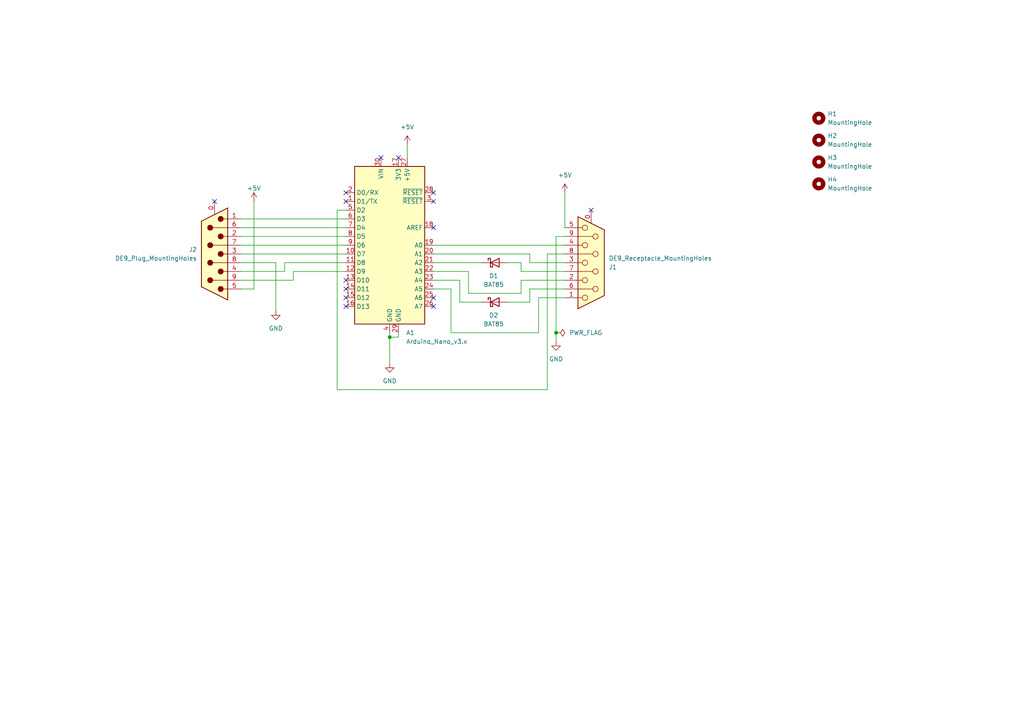
<source format=kicad_sch>
(kicad_sch (version 20230121) (generator eeschema)
  (paper "A4")
  (title_block (rev "1.1"))
  (lib_symbols
    (symbol "Connector:DE9_Plug_MountingHoles" (pin_names (offset 1.016) hide)
      (property "Reference" "J" (at 0 16.51 0))
      (property "Value" "DE9_Plug_MountingHoles" (at 0 14.605 0))
      (symbol "DE9_Plug_MountingHoles_0_1"
        (circle (center -1.778 -10.16) (radius 0.762) (fill (type outline)))
        (circle (center -1.778 -5.08) (radius 0.762) (fill (type outline)))
        (circle (center -1.778 0) (radius 0.762) (fill (type outline)))
        (circle (center -1.778 5.08) (radius 0.762) (fill (type outline)))
        (circle (center -1.778 10.16) (radius 0.762) (fill (type outline)))
        (polyline (pts (xy -3.81 -10.16) (xy -2.54 -10.16)))
        (polyline (pts (xy -3.81 -7.62) (xy 0.508 -7.62)))
        (polyline (pts (xy -3.81 -5.08) (xy -2.54 -5.08)))
        (polyline (pts (xy -3.81 -2.54) (xy 0.508 -2.54)))
        (polyline (pts (xy -3.81 0) (xy -2.54 0)))
        (polyline (pts (xy -3.81 2.54) (xy 0.508 2.54)))
        (polyline (pts (xy -3.81 5.08) (xy -2.54 5.08)))
        (polyline (pts (xy -3.81 7.62) (xy 0.508 7.62)))
        (polyline (pts (xy -3.81 10.16) (xy -2.54 10.16)))
        (polyline (pts (xy -3.81 -13.335) (xy -3.81 13.335) (xy 3.81 9.525) (xy 3.81 -9.525) (xy -3.81 -13.335)) (stroke (width 0.254)) (fill (type background)))
        (circle (center 1.27 -7.62) (radius 0.762) (fill (type outline)))
        (circle (center 1.27 -2.54) (radius 0.762) (fill (type outline)))
        (circle (center 1.27 2.54) (radius 0.762) (fill (type outline)))
        (circle (center 1.27 7.62) (radius 0.762) (fill (type outline)))
      )
      (symbol "DE9_Plug_MountingHoles_1_1"
        (pin passive line (at 0 -15.24 90) (length 3.81) (name "PAD") (number "0"))
        (pin passive line (at -7.62 -10.16 0) (length 3.81) (name "1") (number "1"))
        (pin passive line (at -7.62 -5.08 0) (length 3.81) (name "2") (number "2"))
        (pin passive line (at -7.62 0 0) (length 3.81) (name "3") (number "3"))
        (pin passive line (at -7.62 5.08 0) (length 3.81) (name "4") (number "4"))
        (pin passive line (at -7.62 10.16 0) (length 3.81) (name "5") (number "5"))
        (pin passive line (at -7.62 -7.62 0) (length 3.81) (name "6") (number "6"))
        (pin passive line (at -7.62 -2.54 0) (length 3.81) (name "7") (number "7"))
        (pin passive line (at -7.62 2.54 0) (length 3.81) (name "8") (number "8"))
        (pin passive line (at -7.62 7.62 0) (length 3.81) (name "9") (number "9"))
      )
    )
    (symbol "Connector:DE9_Receptacle_MountingHoles" (pin_names (offset 1.016) hide)
      (property "Reference" "J" (at 0 16.51 0))
      (property "Value" "DE9_Receptacle_MountingHoles" (at 0 14.605 0))
      (symbol "DE9_Receptacle_MountingHoles_0_1"
        (circle (center -1.778 -10.16) (radius 0.762))
        (circle (center -1.778 -5.08) (radius 0.762))
        (circle (center -1.778 0) (radius 0.762))
        (circle (center -1.778 5.08) (radius 0.762))
        (circle (center -1.778 10.16) (radius 0.762))
        (polyline (pts (xy -3.81 -10.16) (xy -2.54 -10.16)))
        (polyline (pts (xy -3.81 -7.62) (xy 0.508 -7.62)))
        (polyline (pts (xy -3.81 -5.08) (xy -2.54 -5.08)))
        (polyline (pts (xy -3.81 -2.54) (xy 0.508 -2.54)))
        (polyline (pts (xy -3.81 0) (xy -2.54 0)))
        (polyline (pts (xy -3.81 2.54) (xy 0.508 2.54)))
        (polyline (pts (xy -3.81 5.08) (xy -2.54 5.08)))
        (polyline (pts (xy -3.81 7.62) (xy 0.508 7.62)))
        (polyline (pts (xy -3.81 10.16) (xy -2.54 10.16)))
        (polyline (pts (xy -3.81 13.335) (xy -3.81 -13.335) (xy 3.81 -9.525) (xy 3.81 9.525) (xy -3.81 13.335)) (stroke (width 0.254)) (fill (type background)))
        (circle (center 1.27 -7.62) (radius 0.762))
        (circle (center 1.27 -2.54) (radius 0.762))
        (circle (center 1.27 2.54) (radius 0.762))
        (circle (center 1.27 7.62) (radius 0.762))
      )
      (symbol "DE9_Receptacle_MountingHoles_1_1"
        (pin passive line (at 0 -15.24 90) (length 3.81) (name "PAD") (number "0"))
        (pin passive line (at -7.62 10.16 0) (length 3.81) (name "1") (number "1"))
        (pin passive line (at -7.62 5.08 0) (length 3.81) (name "2") (number "2"))
        (pin passive line (at -7.62 0 0) (length 3.81) (name "3") (number "3"))
        (pin passive line (at -7.62 -5.08 0) (length 3.81) (name "4") (number "4"))
        (pin passive line (at -7.62 -10.16 0) (length 3.81) (name "5") (number "5"))
        (pin passive line (at -7.62 7.62 0) (length 3.81) (name "6") (number "6"))
        (pin passive line (at -7.62 2.54 0) (length 3.81) (name "7") (number "7"))
        (pin passive line (at -7.62 -2.54 0) (length 3.81) (name "8") (number "8"))
        (pin passive line (at -7.62 -7.62 0) (length 3.81) (name "9") (number "9"))
      )
    )
    (symbol "Diode:BAT85" (pin_numbers hide) (pin_names (offset 1.016) hide)
      (property "Reference" "D" (at 0 2.54 0))
      (property "Value" "BAT85" (at 0 -2.54 0))
      (symbol "BAT85_0_1"
        (polyline (pts (xy 1.27 0) (xy -1.27 0)))
        (polyline (pts (xy 1.27 1.27) (xy 1.27 -1.27) (xy -1.27 0) (xy 1.27 1.27)) (stroke (width 0.254)))
        (polyline (pts (xy -1.905 0.635) (xy -1.905 1.27) (xy -1.27 1.27) (xy -1.27 -1.27) (xy -0.635 -1.27) (xy -0.635 -0.635)) (stroke (width 0.254)))
      )
      (symbol "BAT85_1_1"
        (pin passive line (at -3.81 0 0) (length 2.54) (name "K") (number "1"))
        (pin passive line (at 3.81 0 180) (length 2.54) (name "A") (number "2"))
      )
    )
    (symbol "MCU_Module:Arduino_Nano_v3.x"
      (property "Reference" "A" (at -10.16 23.495 0))
      (property "Value" "Arduino_Nano_v3.x" (at 5.08 -24.13 0))
      (symbol "Arduino_Nano_v3.x_0_1"
        (rectangle (start -10.16 22.86) (end 10.16 -22.86) (stroke (width 0.254)) (fill (type background)))
      )
      (symbol "Arduino_Nano_v3.x_1_1"
        (pin bidirectional line (at -12.7 12.7 0) (length 2.54) (name "D1/TX") (number "1"))
        (pin bidirectional line (at -12.7 -2.54 0) (length 2.54) (name "D7") (number "10"))
        (pin bidirectional line (at -12.7 -5.08 0) (length 2.54) (name "D8") (number "11"))
        (pin bidirectional line (at -12.7 -7.62 0) (length 2.54) (name "D9") (number "12"))
        (pin bidirectional line (at -12.7 -10.16 0) (length 2.54) (name "D10") (number "13"))
        (pin bidirectional line (at -12.7 -12.7 0) (length 2.54) (name "D11") (number "14"))
        (pin bidirectional line (at -12.7 -15.24 0) (length 2.54) (name "D12") (number "15"))
        (pin bidirectional line (at -12.7 -17.78 0) (length 2.54) (name "D13") (number "16"))
        (pin power_out line (at 2.54 25.4 270) (length 2.54) (name "3V3") (number "17"))
        (pin input line (at 12.7 5.08 180) (length 2.54) (name "AREF") (number "18"))
        (pin bidirectional line (at 12.7 0 180) (length 2.54) (name "A0") (number "19"))
        (pin bidirectional line (at -12.7 15.24 0) (length 2.54) (name "D0/RX") (number "2"))
        (pin bidirectional line (at 12.7 -2.54 180) (length 2.54) (name "A1") (number "20"))
        (pin bidirectional line (at 12.7 -5.08 180) (length 2.54) (name "A2") (number "21"))
        (pin bidirectional line (at 12.7 -7.62 180) (length 2.54) (name "A3") (number "22"))
        (pin bidirectional line (at 12.7 -10.16 180) (length 2.54) (name "A4") (number "23"))
        (pin bidirectional line (at 12.7 -12.7 180) (length 2.54) (name "A5") (number "24"))
        (pin bidirectional line (at 12.7 -15.24 180) (length 2.54) (name "A6") (number "25"))
        (pin bidirectional line (at 12.7 -17.78 180) (length 2.54) (name "A7") (number "26"))
        (pin power_out line (at 5.08 25.4 270) (length 2.54) (name "+5V") (number "27"))
        (pin input line (at 12.7 15.24 180) (length 2.54) (name "~{RESET}") (number "28"))
        (pin power_in line (at 2.54 -25.4 90) (length 2.54) (name "GND") (number "29"))
        (pin input line (at 12.7 12.7 180) (length 2.54) (name "~{RESET}") (number "3"))
        (pin power_in line (at -2.54 25.4 270) (length 2.54) (name "VIN") (number "30"))
        (pin power_in line (at 0 -25.4 90) (length 2.54) (name "GND") (number "4"))
        (pin bidirectional line (at -12.7 10.16 0) (length 2.54) (name "D2") (number "5"))
        (pin bidirectional line (at -12.7 7.62 0) (length 2.54) (name "D3") (number "6"))
        (pin bidirectional line (at -12.7 5.08 0) (length 2.54) (name "D4") (number "7"))
        (pin bidirectional line (at -12.7 2.54 0) (length 2.54) (name "D5") (number "8"))
        (pin bidirectional line (at -12.7 0 0) (length 2.54) (name "D6") (number "9"))
      )
    )
    (symbol "Mechanical:MountingHole" (pin_names (offset 1.016))
      (property "Reference" "H" (at 0 5.08 0))
      (property "Value" "MountingHole" (at 0 3.175 0))
      (symbol "MountingHole_0_1"
        (circle (center 0 0) (radius 1.27) (stroke (width 1.27)))
      )
    )
    (symbol "power:+5V" (power) (pin_names (offset 0))
      (property "Value" "+5V" (at 0 3.556 0))
      (symbol "+5V_0_1"
        (polyline (pts (xy -0.762 1.27) (xy 0 2.54)))
        (polyline (pts (xy 0 0) (xy 0 2.54)))
        (polyline (pts (xy 0 2.54) (xy 0.762 1.27)))
      )
      (symbol "+5V_1_1"
        (pin power_in line (at 0 0 90) (length 0) hide (name "+5V") (number "1"))
      )
    )
    (symbol "power:GND" (power) (pin_names (offset 0))
      (property "Value" "GND" (at 0 -3.81 0))
      (symbol "GND_0_1"
        (polyline (pts (xy 0 0) (xy 0 -1.27) (xy 1.27 -1.27) (xy 0 -2.54) (xy -1.27 -1.27) (xy 0 -1.27)))
      )
      (symbol "GND_1_1"
        (pin power_in line (at 0 0 270) (length 0) hide (name "GND") (number "1"))
      )
    )
    (symbol "power:PWR_FLAG" (power) (pin_numbers hide) (pin_names (offset 0) hide)
      (property "Value" "PWR_FLAG" (at 0 3.81 0))
      (symbol "PWR_FLAG_0_0"
        (pin power_out line (at 0 0 90) (length 0) (name "pwr") (number "1"))
      )
      (symbol "PWR_FLAG_0_1"
        (polyline (pts (xy 0 0) (xy 0 1.27) (xy -1.016 1.905) (xy 0 2.54) (xy 1.016 1.905) (xy 0 1.27)))
      )
    )
  )
  (junction (at 113.03 97.79))
  (junction (at 161.29 96.52))
  (no_connect (at 110.49 45.72))
  (no_connect (at 100.33 55.88))
  (no_connect (at 115.57 45.72))
  (no_connect (at 171.45 60.96))
  (no_connect (at 100.33 58.42))
  (no_connect (at 125.73 88.9))
  (no_connect (at 125.73 58.42))
  (no_connect (at 125.73 86.36))
  (no_connect (at 125.73 66.04))
  (no_connect (at 100.33 88.9))
  (no_connect (at 100.33 86.36))
  (no_connect (at 100.33 81.28))
  (no_connect (at 62.23 58.42))
  (no_connect (at 100.33 83.82))
  (no_connect (at 125.73 55.88))
  (wire (pts (xy 125.73 76.2) (xy 139.7 76.2)))
  (wire (pts (xy 69.85 81.28) (xy 85.09 81.28)))
  (wire (pts (xy 125.73 71.12) (xy 163.83 71.12)))
  (wire (pts (xy 97.79 113.03) (xy 97.79 60.96)))
  (wire (pts (xy 125.73 81.28) (xy 133.35 81.28)))
  (wire (pts (xy 69.85 78.74) (xy 82.55 78.74)))
  (wire (pts (xy 133.35 87.63) (xy 139.7 87.63)))
  (wire (pts (xy 161.29 68.58) (xy 161.29 96.52)))
  (wire (pts (xy 151.13 85.09) (xy 151.13 81.28)))
  (wire (pts (xy 161.29 96.52) (xy 161.29 99.06)))
  (wire (pts (xy 115.57 97.79) (xy 115.57 96.52)))
  (wire (pts (xy 69.85 73.66) (xy 100.33 73.66)))
  (wire (pts (xy 153.67 76.2) (xy 153.67 73.66)))
  (wire (pts (xy 135.89 78.74) (xy 135.89 85.09)))
  (wire (pts (xy 118.11 41.91) (xy 118.11 45.72)))
  (wire (pts (xy 113.03 97.79) (xy 113.03 105.41)))
  (wire (pts (xy 125.73 73.66) (xy 153.67 73.66)))
  (wire (pts (xy 69.85 68.58) (xy 100.33 68.58)))
  (wire (pts (xy 69.85 63.5) (xy 100.33 63.5)))
  (wire (pts (xy 130.81 96.52) (xy 130.81 83.82)))
  (wire (pts (xy 69.85 71.12) (xy 100.33 71.12)))
  (wire (pts (xy 163.83 55.88) (xy 163.83 66.04)))
  (wire (pts (xy 151.13 76.2) (xy 151.13 78.74)))
  (wire (pts (xy 158.75 73.66) (xy 158.75 113.03)))
  (wire (pts (xy 113.03 97.79) (xy 113.03 96.52)))
  (wire (pts (xy 151.13 81.28) (xy 163.83 81.28)))
  (wire (pts (xy 151.13 78.74) (xy 163.83 78.74)))
  (wire (pts (xy 130.81 96.52) (xy 156.21 96.52)))
  (wire (pts (xy 82.55 78.74) (xy 82.55 76.2)))
  (wire (pts (xy 153.67 83.82) (xy 163.83 83.82)))
  (wire (pts (xy 161.29 68.58) (xy 163.83 68.58)))
  (wire (pts (xy 153.67 76.2) (xy 163.83 76.2)))
  (wire (pts (xy 163.83 86.36) (xy 156.21 86.36)))
  (wire (pts (xy 163.83 73.66) (xy 158.75 73.66)))
  (wire (pts (xy 133.35 81.28) (xy 133.35 87.63)))
  (wire (pts (xy 113.03 97.79) (xy 115.57 97.79)))
  (wire (pts (xy 85.09 81.28) (xy 85.09 78.74)))
  (wire (pts (xy 97.79 60.96) (xy 100.33 60.96)))
  (wire (pts (xy 125.73 78.74) (xy 135.89 78.74)))
  (wire (pts (xy 85.09 78.74) (xy 100.33 78.74)))
  (wire (pts (xy 69.85 66.04) (xy 100.33 66.04)))
  (wire (pts (xy 80.01 90.17) (xy 80.01 76.2)))
  (wire (pts (xy 153.67 87.63) (xy 153.67 83.82)))
  (wire (pts (xy 135.89 85.09) (xy 151.13 85.09)))
  (wire (pts (xy 147.32 76.2) (xy 151.13 76.2)))
  (wire (pts (xy 73.66 58.42) (xy 73.66 83.82)))
  (wire (pts (xy 73.66 83.82) (xy 69.85 83.82)))
  (wire (pts (xy 147.32 87.63) (xy 153.67 87.63)))
  (wire (pts (xy 156.21 86.36) (xy 156.21 96.52)))
  (wire (pts (xy 82.55 76.2) (xy 100.33 76.2)))
  (wire (pts (xy 130.81 83.82) (xy 125.73 83.82)))
  (wire (pts (xy 80.01 76.2) (xy 69.85 76.2)))
  (wire (pts (xy 158.75 113.03) (xy 97.79 113.03)))
  (symbol (lib_id "power:GND") (at 161.29 99.06 0) (unit 1)
    (property "Reference" "#PWR03" (effects hide))
    (property "Value" "GND" (at 161.29 104.14 0))
  )
  (symbol (lib_id "Diode:BAT85") (at 143.51 76.2 0) (unit 1)
    (property "Reference" "D1" (at 143.1925 80.01 0))
    (property "Value" "BAT85" (at 143.1925 82.55 0))
    (property "Footprint" "Diode_THT:D_DO-35_SOD27_P7.62mm_Horizontal" (effects hide))
    (property "Datasheet" "https://assets.nexperia.com/documents/data-sheet/BAT85.pdf" (effects hide))
  )
  (symbol (lib_id "Mechanical:MountingHole") (at 237.49 40.64 0) (unit 1)
    (property "Reference" "H2" (at 240.03 39.37 0) (effects (justify left)))
    (property "Value" "MountingHole" (at 240.03 41.91 0) (effects (justify left)))
    (property "Footprint" "MountingHole:MountingHole_3.2mm_M3" (effects hide))
  )
  (symbol (lib_id "power:+5V") (at 73.66 58.42 0) (unit 1)
    (property "Reference" "#PWR02" (effects hide))
    (property "Value" "+5V" (at 73.66 54.61 0))
  )
  (symbol (lib_id "Mechanical:MountingHole") (at 237.49 53.34 0) (unit 1)
    (property "Reference" "H4" (at 240.03 52.07 0) (effects (justify left)))
    (property "Value" "MountingHole" (at 240.03 54.61 0) (effects (justify left)))
    (property "Footprint" "MountingHole:MountingHole_3.2mm_M3" (effects hide))
  )
  (symbol (lib_id "MCU_Module:Arduino_Nano_v3.x") (at 113.03 71.12 0) (unit 1)
    (property "Reference" "A1" (at 117.7641 96.52 0) (effects (justify left)))
    (property "Value" "Arduino_Nano_v3.x" (at 117.7641 99.06 0) (effects (justify left)))
    (property "Footprint" "Module:Arduino_Nano" (effects hide))
    (property "Datasheet" "http://www.mouser.com/pdfdocs/Gravitech_Arduino_Nano3_0.pdf" (effects hide))
  )
  (symbol (lib_id "Connector:DE9_Plug_MountingHoles") (at 62.23 73.66 180) (unit 1)
    (property "Reference" "J2" (at 57.15 72.39 0) (effects (justify left)))
    (property "Value" "DE9_Plug_MountingHoles" (at 57.15 74.93 0) (effects (justify left)))
    (property "Footprint" "Connector_Dsub:DSUB-9_Male_Horizontal_P2.77x2.84mm_EdgePinOffset9.90mm_Housed_MountingHolesOffset11.32mm" (effects hide))
    (property "Datasheet" " ~" (effects hide))
  )
  (symbol (lib_id "Diode:BAT85") (at 143.51 87.63 0) (unit 1)
    (property "Reference" "D2" (at 143.1925 91.44 0))
    (property "Value" "BAT85" (at 143.1925 93.98 0))
    (property "Footprint" "Diode_THT:D_DO-35_SOD27_P7.62mm_Horizontal" (effects hide))
    (property "Datasheet" "https://assets.nexperia.com/documents/data-sheet/BAT85.pdf" (effects hide))
  )
  (symbol (lib_id "Connector:DE9_Receptacle_MountingHoles") (at 171.45 76.2 0) (mirror x) (unit 1)
    (property "Reference" "J1" (at 176.53 77.47 0) (effects (justify left)))
    (property "Value" "DE9_Receptacle_MountingHoles" (at 176.53 74.93 0) (effects (justify left)))
    (property "Footprint" "Connector_Dsub:DSUB-9_Female_Horizontal_P2.77x2.84mm_EdgePinOffset9.90mm_Housed_MountingHolesOffset11.32mm" (effects hide))
    (property "Datasheet" " ~" (effects hide))
  )
  (symbol (lib_id "power:GND") (at 80.01 90.17 0) (unit 1)
    (property "Reference" "#PWR01" (effects hide))
    (property "Value" "GND" (at 80.01 95.25 0))
  )
  (symbol (lib_id "power:GND") (at 113.03 105.41 0) (unit 1)
    (property "Reference" "#PWR04" (effects hide))
    (property "Value" "GND" (at 113.03 110.49 0))
  )
  (symbol (lib_id "Mechanical:MountingHole") (at 237.49 46.99 0) (unit 1)
    (property "Reference" "H3" (at 240.03 45.72 0) (effects (justify left)))
    (property "Value" "MountingHole" (at 240.03 48.26 0) (effects (justify left)))
    (property "Footprint" "MountingHole:MountingHole_3.2mm_M3" (effects hide))
  )
  (symbol (lib_id "power:+5V") (at 118.11 41.91 0) (unit 1)
    (property "Reference" "#PWR06" (effects hide))
    (property "Value" "+5V" (at 118.11 36.83 0))
  )
  (symbol (lib_id "Mechanical:MountingHole") (at 237.49 34.29 0) (unit 1)
    (property "Reference" "H1" (at 240.03 33.02 0) (effects (justify left)))
    (property "Value" "MountingHole" (at 240.03 35.56 0) (effects (justify left)))
    (property "Footprint" "MountingHole:MountingHole_3.2mm_M3" (effects hide))
  )
  (symbol (lib_id "power:PWR_FLAG") (at 161.29 96.52 270) (unit 1)
    (property "Reference" "#FLG01" (effects hide))
    (property "Value" "PWR_FLAG" (at 165.1 96.52 90) (effects (justify left)))
  )
  (symbol (lib_id "power:+5V") (at 163.83 55.88 0) (unit 1)
    (property "Reference" "#PWR05" (effects hide))
    (property "Value" "+5V" (at 163.83 50.8 0))
  )
)
</source>
